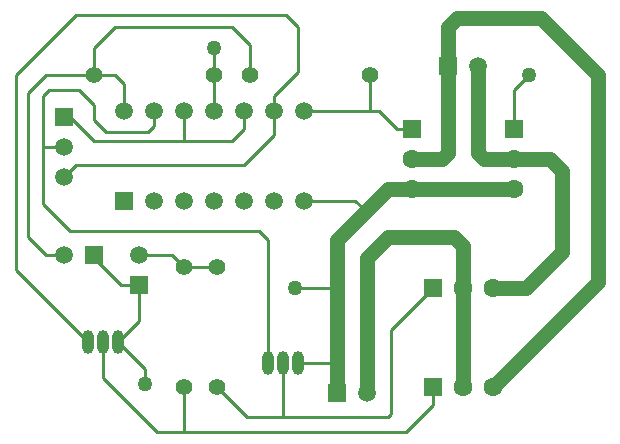
<source format=gbl>
%FSLAX24Y24*%
%MOIN*%
G70*
G01*
G75*
G04 Layer_Physical_Order=2*
G04 Layer_Color=16711680*
%ADD10C,0.0100*%
%ADD11R,0.0591X0.0591*%
%ADD12C,0.0591*%
%ADD13O,0.0394X0.0787*%
%ADD14O,0.0394X0.0787*%
%ADD15R,0.0630X0.0630*%
%ADD16C,0.0630*%
%ADD17C,0.0551*%
%ADD18R,0.0591X0.0591*%
%ADD19R,0.0630X0.0630*%
%ADD20C,0.0500*%
%ADD21C,0.0500*%
D10*
X36800Y33600D02*
Y34600D01*
X36200Y35200D02*
X36800Y34600D01*
X32300Y35200D02*
X36200D01*
X40800Y32400D02*
Y33600D01*
Y32400D02*
X41100D01*
X38600D02*
X40800D01*
X41700Y31800D02*
X42200D01*
X41100Y32400D02*
X41700Y31800D01*
X38300Y26500D02*
X39700D01*
X33300Y23300D02*
Y23800D01*
X32400Y24700D02*
X33300Y23800D01*
X38000Y35600D02*
X38400Y35200D01*
X31000Y35600D02*
X38000D01*
X29000Y33600D02*
X31000Y35600D01*
X38400Y33700D02*
Y35200D01*
X37600Y32900D02*
X38400Y33700D01*
X37600Y32400D02*
Y32900D01*
X29000Y27100D02*
Y33600D01*
Y27100D02*
X31400Y24700D01*
X33100Y25500D02*
Y26600D01*
Y25400D02*
Y25500D01*
X33400Y31700D02*
X33600Y31900D01*
X32000Y31700D02*
X33400D01*
X31600Y32100D02*
X32000Y31700D01*
X34600Y31400D02*
X36200D01*
X36600Y31800D01*
Y32400D01*
X34600Y31400D02*
Y32400D01*
X31600Y31400D02*
X34600D01*
X30800Y32200D02*
X31600Y31400D01*
X30600Y32200D02*
X30800D01*
X30000Y33600D02*
X32300D01*
X29400Y33000D02*
X30000Y33600D01*
X29400Y28200D02*
Y33000D01*
Y28200D02*
X30000Y27600D01*
X29900Y31200D02*
X30600D01*
X29900D02*
Y32900D01*
Y29300D02*
Y31200D01*
Y32900D02*
X30100Y33100D01*
X31100D01*
X31600Y32600D01*
Y32100D02*
Y32600D01*
X32600Y32400D02*
Y33300D01*
X32300Y33600D02*
X32600Y33300D01*
X31600Y34500D02*
X32300Y35200D01*
X31600Y33600D02*
Y34500D01*
X35600Y32400D02*
Y34500D01*
X45600Y33100D02*
X46100Y33600D01*
X45600Y31800D02*
Y33100D01*
X37600Y31600D02*
Y32400D01*
X36600Y30600D02*
X37600Y31600D01*
X31000Y30600D02*
X36600D01*
X33600Y31900D02*
Y32400D01*
X40300Y29400D02*
X40650Y29050D01*
X38600Y29400D02*
X40300D01*
X30600Y30200D02*
X31000Y30600D01*
X37100Y28400D02*
X37400Y28100D01*
X30800Y28400D02*
X37100D01*
X29900Y29300D02*
X30800Y28400D01*
X34600Y27200D02*
X35700D01*
X34200Y27600D02*
X34600Y27200D01*
X33100Y27600D02*
X34200D01*
X37400Y24000D02*
Y28100D01*
X37900Y22200D02*
Y24000D01*
Y22200D02*
X41400D01*
X36700D02*
X37900D01*
X35700Y23200D02*
X36700Y22200D01*
X32400Y24700D02*
X33100Y25400D01*
X34600Y21700D02*
Y23200D01*
Y21700D02*
X42000D01*
X33700D02*
X34600D01*
X31900Y23500D02*
Y24700D01*
Y23500D02*
X33700Y21700D01*
X38400Y24000D02*
X39600D01*
X32500Y26600D02*
X33100D01*
X31600Y27500D02*
X32500Y26600D01*
X31600Y27500D02*
Y27600D01*
X30000D02*
X30600D01*
X42900Y22600D02*
Y23200D01*
X42000Y21700D02*
X42900Y22600D01*
X41500Y25100D02*
X42900Y26500D01*
X41500Y22300D02*
Y25100D01*
X41400Y22200D02*
X41500Y22300D01*
D11*
X33100Y26600D02*
D03*
X30600Y32200D02*
D03*
X32600Y29400D02*
D03*
D12*
X33100Y27600D02*
D03*
X30600Y31200D02*
D03*
Y30200D02*
D03*
X44400Y33900D02*
D03*
X30600Y27600D02*
D03*
X40700Y23000D02*
D03*
X33600Y29400D02*
D03*
X34600D02*
D03*
X35600D02*
D03*
X36600D02*
D03*
X37600D02*
D03*
X38600D02*
D03*
X32600Y32400D02*
D03*
X33600D02*
D03*
X34600D02*
D03*
X35600D02*
D03*
X36600D02*
D03*
X37600D02*
D03*
X38600D02*
D03*
D13*
X38400Y24000D02*
D03*
X37900D02*
D03*
X32400Y24700D02*
D03*
X31900D02*
D03*
D14*
X37400Y24000D02*
D03*
X31400Y24700D02*
D03*
D15*
X42900Y23200D02*
D03*
Y26500D02*
D03*
D16*
X43900Y23200D02*
D03*
X44900D02*
D03*
X45600Y30800D02*
D03*
Y29800D02*
D03*
X42200Y30800D02*
D03*
Y29800D02*
D03*
X43900Y26500D02*
D03*
X44900D02*
D03*
D17*
X36800Y33600D02*
D03*
X40800D02*
D03*
X35700Y27200D02*
D03*
Y23200D02*
D03*
X34600Y27200D02*
D03*
Y23200D02*
D03*
X35600Y33600D02*
D03*
X31600D02*
D03*
D18*
X43400Y33900D02*
D03*
X31600Y27600D02*
D03*
X39700Y23000D02*
D03*
D19*
X45600Y31800D02*
D03*
X42200D02*
D03*
D20*
X38300Y26500D02*
D03*
X33300Y23300D02*
D03*
X35600Y34500D02*
D03*
X46100Y33600D02*
D03*
D21*
X47200Y27700D02*
Y30400D01*
X46000Y26500D02*
X47200Y27700D01*
X44900Y26500D02*
X46000D01*
X48400Y26700D02*
Y33600D01*
X46500Y35500D02*
X48400Y33600D01*
X43700Y35500D02*
X46500D01*
X43400Y35200D02*
X43700Y35500D01*
X43400Y33900D02*
Y35200D01*
X39700Y26500D02*
Y28100D01*
Y23000D02*
Y26500D01*
X40650Y29050D02*
X41400Y29800D01*
X39700Y28100D02*
X40650Y29050D01*
X40700Y27500D02*
X41400Y28200D01*
X40700Y23000D02*
Y27500D01*
X41400Y28200D02*
X43600D01*
X43900Y26500D02*
Y27900D01*
X43600Y28200D02*
X43900Y27900D01*
Y23200D02*
Y26500D01*
X44900Y23200D02*
X48400Y26700D01*
X41400Y29800D02*
X42200D01*
X46800Y30800D02*
X47200Y30400D01*
X45600Y30800D02*
X46800D01*
X42200Y29800D02*
X45600D01*
X44600Y30800D02*
X45600D01*
X44400Y31000D02*
X44600Y30800D01*
X44400Y31000D02*
Y33900D01*
X43400Y31000D02*
Y33900D01*
X43200Y30800D02*
X43400Y31000D01*
X42200Y30800D02*
X43200D01*
M02*

</source>
